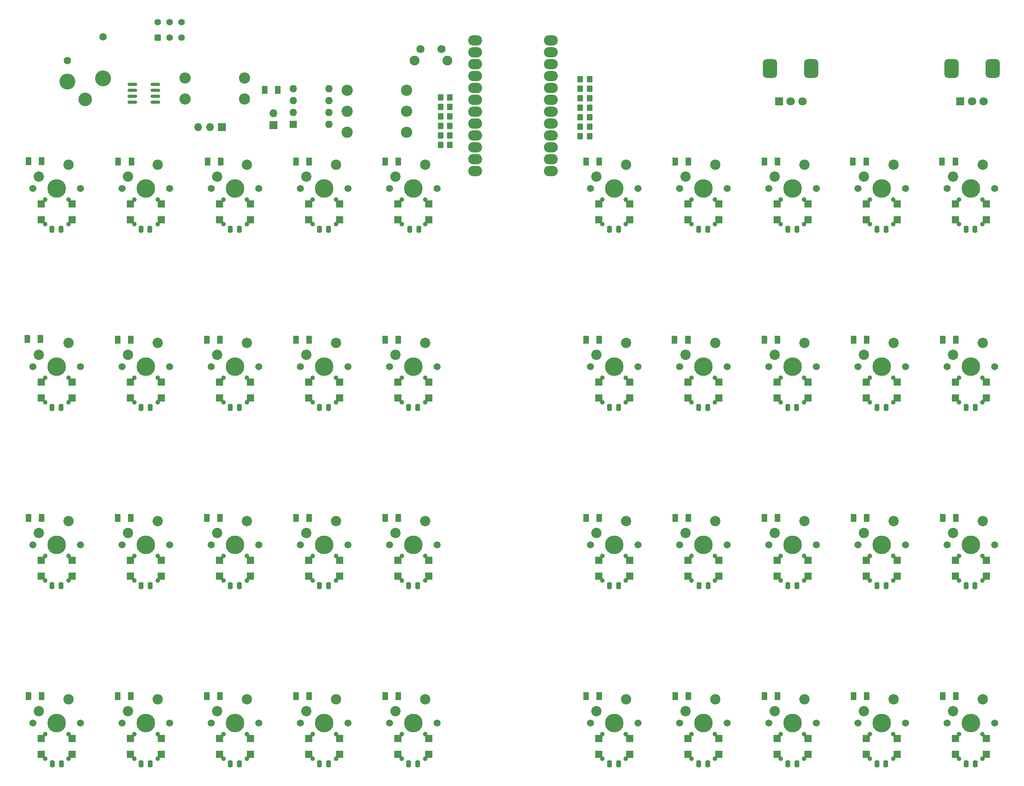
<source format=gbs>
G04 #@! TF.GenerationSoftware,KiCad,Pcbnew,8.0.6*
G04 #@! TF.CreationDate,2024-11-09T01:20:35+01:00*
G04 #@! TF.ProjectId,DMX_MIDI_FIGHTER,444d585f-4d49-4444-995f-464947485445,rev?*
G04 #@! TF.SameCoordinates,Original*
G04 #@! TF.FileFunction,Soldermask,Bot*
G04 #@! TF.FilePolarity,Negative*
%FSLAX46Y46*%
G04 Gerber Fmt 4.6, Leading zero omitted, Abs format (unit mm)*
G04 Created by KiCad (PCBNEW 8.0.6) date 2024-11-09 01:20:35*
%MOMM*%
%LPD*%
G01*
G04 APERTURE LIST*
G04 Aperture macros list*
%AMRoundRect*
0 Rectangle with rounded corners*
0 $1 Rounding radius*
0 $2 $3 $4 $5 $6 $7 $8 $9 X,Y pos of 4 corners*
0 Add a 4 corners polygon primitive as box body*
4,1,4,$2,$3,$4,$5,$6,$7,$8,$9,$2,$3,0*
0 Add four circle primitives for the rounded corners*
1,1,$1+$1,$2,$3*
1,1,$1+$1,$4,$5*
1,1,$1+$1,$6,$7*
1,1,$1+$1,$8,$9*
0 Add four rect primitives between the rounded corners*
20,1,$1+$1,$2,$3,$4,$5,0*
20,1,$1+$1,$4,$5,$6,$7,0*
20,1,$1+$1,$6,$7,$8,$9,0*
20,1,$1+$1,$8,$9,$2,$3,0*%
G04 Aperture macros list end*
%ADD10C,1.498600*%
%ADD11C,1.000000*%
%ADD12C,3.987800*%
%ADD13C,2.200000*%
%ADD14R,1.500000X1.500000*%
%ADD15R,1.800000X1.800000*%
%ADD16C,1.800000*%
%ADD17RoundRect,0.750000X0.750000X-1.250000X0.750000X1.250000X-0.750000X1.250000X-0.750000X-1.250000X0*%
%ADD18R,1.700000X1.700000*%
%ADD19O,1.700000X1.700000*%
%ADD20C,2.100000*%
%ADD21C,1.750000*%
%ADD22C,1.600000*%
%ADD23C,3.400000*%
%ADD24C,2.900000*%
%ADD25RoundRect,0.250000X-0.375000X-0.625000X0.375000X-0.625000X0.375000X0.625000X-0.375000X0.625000X0*%
%ADD26RoundRect,0.250000X-0.450000X-0.450000X0.450000X-0.450000X0.450000X0.450000X-0.450000X0.450000X0*%
%ADD27C,1.400000*%
%ADD28RoundRect,0.250000X0.350000X0.450000X-0.350000X0.450000X-0.350000X-0.450000X0.350000X-0.450000X0*%
%ADD29O,3.000000X2.200000*%
%ADD30RoundRect,0.250000X-0.250000X-0.475000X0.250000X-0.475000X0.250000X0.475000X-0.250000X0.475000X0*%
%ADD31RoundRect,0.250000X0.375000X0.625000X-0.375000X0.625000X-0.375000X-0.625000X0.375000X-0.625000X0*%
%ADD32R,1.600000X1.600000*%
%ADD33O,1.600000X1.600000*%
%ADD34RoundRect,0.250000X-0.350000X-0.450000X0.350000X-0.450000X0.350000X0.450000X-0.350000X0.450000X0*%
%ADD35RoundRect,0.150000X0.825000X0.150000X-0.825000X0.150000X-0.825000X-0.150000X0.825000X-0.150000X0*%
%ADD36C,2.400000*%
%ADD37O,2.400000X2.400000*%
G04 APERTURE END LIST*
D10*
X101917500Y-205105000D03*
D11*
X104497500Y-207485000D03*
X104497500Y-212775000D03*
D12*
X106997500Y-205105000D03*
D11*
X109497500Y-207485000D03*
X109497500Y-212775000D03*
D10*
X112077500Y-205105000D03*
D13*
X103187500Y-202565000D03*
X109537500Y-200025000D03*
D14*
X103695500Y-208407000D03*
X103695500Y-211836000D03*
X110299500Y-208407000D03*
X110299500Y-211836000D03*
D10*
X259080000Y-128905000D03*
D11*
X261660000Y-131285000D03*
X261660000Y-136575000D03*
D12*
X264160000Y-128905000D03*
D11*
X266660000Y-131285000D03*
X266660000Y-136575000D03*
D10*
X269240000Y-128905000D03*
D13*
X260350000Y-126365000D03*
X266700000Y-123825000D03*
D14*
X260858000Y-132207000D03*
X260858000Y-135636000D03*
X267462000Y-132207000D03*
X267462000Y-135636000D03*
D15*
X223179000Y-72217000D03*
D16*
X225679000Y-72217000D03*
X228179000Y-72217000D03*
D17*
X221279000Y-65217000D03*
X230079000Y-65217000D03*
D10*
X101917500Y-167005000D03*
D11*
X104497500Y-169385000D03*
X104497500Y-174675000D03*
D12*
X106997500Y-167005000D03*
D11*
X109497500Y-169385000D03*
X109497500Y-174675000D03*
D10*
X112077500Y-167005000D03*
D13*
X103187500Y-164465000D03*
X109537500Y-161925000D03*
D14*
X103695500Y-170307000D03*
X103695500Y-173736000D03*
X110299500Y-170307000D03*
X110299500Y-173736000D03*
D10*
X220980000Y-128905000D03*
D11*
X223560000Y-131285000D03*
X223560000Y-136575000D03*
D12*
X226060000Y-128905000D03*
D11*
X228560000Y-131285000D03*
X228560000Y-136575000D03*
D10*
X231140000Y-128905000D03*
D13*
X222250000Y-126365000D03*
X228600000Y-123825000D03*
D14*
X222758000Y-132207000D03*
X222758000Y-135636000D03*
X229362000Y-132207000D03*
X229362000Y-135636000D03*
D10*
X140017500Y-90805000D03*
D11*
X142597500Y-93185000D03*
X142597500Y-98475000D03*
D12*
X145097500Y-90805000D03*
D11*
X147597500Y-93185000D03*
X147597500Y-98475000D03*
D10*
X150177500Y-90805000D03*
D13*
X141287500Y-88265000D03*
X147637500Y-85725000D03*
D14*
X141795500Y-94107000D03*
X141795500Y-97536000D03*
X148399500Y-94107000D03*
X148399500Y-97536000D03*
D10*
X82867500Y-90805000D03*
D11*
X85447500Y-93185000D03*
X85447500Y-98475000D03*
D12*
X87947500Y-90805000D03*
D11*
X90447500Y-93185000D03*
X90447500Y-98475000D03*
D10*
X93027500Y-90805000D03*
D13*
X84137500Y-88265000D03*
X90487500Y-85725000D03*
D14*
X84645500Y-94107000D03*
X84645500Y-97536000D03*
X91249500Y-94107000D03*
X91249500Y-97536000D03*
D10*
X182880000Y-205105000D03*
D11*
X185460000Y-207485000D03*
X185460000Y-212775000D03*
D12*
X187960000Y-205105000D03*
D11*
X190460000Y-207485000D03*
X190460000Y-212775000D03*
D10*
X193040000Y-205105000D03*
D13*
X184150000Y-202565000D03*
X190500000Y-200025000D03*
D14*
X184658000Y-208407000D03*
X184658000Y-211836000D03*
X191262000Y-208407000D03*
X191262000Y-211836000D03*
D18*
X115190000Y-77279000D03*
D19*
X115190000Y-74739000D03*
D10*
X140017500Y-128905000D03*
D11*
X142597500Y-131285000D03*
X142597500Y-136575000D03*
D12*
X145097500Y-128905000D03*
D11*
X147597500Y-131285000D03*
X147597500Y-136575000D03*
D10*
X150177500Y-128905000D03*
D13*
X141287500Y-126365000D03*
X147637500Y-123825000D03*
D14*
X141795500Y-132207000D03*
X141795500Y-135636000D03*
X148399500Y-132207000D03*
X148399500Y-135636000D03*
D10*
X259080000Y-90805000D03*
D11*
X261660000Y-93185000D03*
X261660000Y-98475000D03*
D12*
X264160000Y-90805000D03*
D11*
X266660000Y-93185000D03*
X266660000Y-98475000D03*
D10*
X269240000Y-90805000D03*
D13*
X260350000Y-88265000D03*
X266700000Y-85725000D03*
D14*
X260858000Y-94107000D03*
X260858000Y-97536000D03*
X267462000Y-94107000D03*
X267462000Y-97536000D03*
D10*
X201930000Y-205105000D03*
D11*
X204510000Y-207485000D03*
X204510000Y-212775000D03*
D12*
X207010000Y-205105000D03*
D11*
X209510000Y-207485000D03*
X209510000Y-212775000D03*
D10*
X212090000Y-205105000D03*
D13*
X203200000Y-202565000D03*
X209550000Y-200025000D03*
D14*
X203708000Y-208407000D03*
X203708000Y-211836000D03*
X210312000Y-208407000D03*
X210312000Y-211836000D03*
D10*
X220980000Y-90805000D03*
D11*
X223560000Y-93185000D03*
X223560000Y-98475000D03*
D12*
X226060000Y-90805000D03*
D11*
X228560000Y-93185000D03*
X228560000Y-98475000D03*
D10*
X231140000Y-90805000D03*
D13*
X222250000Y-88265000D03*
X228600000Y-85725000D03*
D14*
X222758000Y-94107000D03*
X222758000Y-97536000D03*
X229362000Y-94107000D03*
X229362000Y-97536000D03*
D10*
X82867500Y-167005000D03*
D11*
X85447500Y-169385000D03*
X85447500Y-174675000D03*
D12*
X87947500Y-167005000D03*
D11*
X90447500Y-169385000D03*
X90447500Y-174675000D03*
D10*
X93027500Y-167005000D03*
D13*
X84137500Y-164465000D03*
X90487500Y-161925000D03*
D14*
X84645500Y-170307000D03*
X84645500Y-173736000D03*
X91249500Y-170307000D03*
X91249500Y-173736000D03*
D10*
X182880000Y-90805000D03*
D11*
X185460000Y-93185000D03*
X185460000Y-98475000D03*
D12*
X187960000Y-90805000D03*
D11*
X190460000Y-93185000D03*
X190460000Y-98475000D03*
D10*
X193040000Y-90805000D03*
D13*
X184150000Y-88265000D03*
X190500000Y-85725000D03*
D14*
X184658000Y-94107000D03*
X184658000Y-97536000D03*
X191262000Y-94107000D03*
X191262000Y-97536000D03*
D10*
X259080000Y-167005000D03*
D11*
X261660000Y-169385000D03*
X261660000Y-174675000D03*
D12*
X264160000Y-167005000D03*
D11*
X266660000Y-169385000D03*
X266660000Y-174675000D03*
D10*
X269240000Y-167005000D03*
D13*
X260350000Y-164465000D03*
X266700000Y-161925000D03*
D14*
X260858000Y-170307000D03*
X260858000Y-173736000D03*
X267462000Y-170307000D03*
X267462000Y-173736000D03*
D10*
X240030000Y-128905000D03*
D11*
X242610000Y-131285000D03*
X242610000Y-136575000D03*
D12*
X245110000Y-128905000D03*
D11*
X247610000Y-131285000D03*
X247610000Y-136575000D03*
D10*
X250190000Y-128905000D03*
D13*
X241300000Y-126365000D03*
X247650000Y-123825000D03*
D14*
X241808000Y-132207000D03*
X241808000Y-135636000D03*
X248412000Y-132207000D03*
X248412000Y-135636000D03*
D10*
X101917500Y-128905000D03*
D11*
X104497500Y-131285000D03*
X104497500Y-136575000D03*
D12*
X106997500Y-128905000D03*
D11*
X109497500Y-131285000D03*
X109497500Y-136575000D03*
D10*
X112077500Y-128905000D03*
D13*
X103187500Y-126365000D03*
X109537500Y-123825000D03*
D14*
X103695500Y-132207000D03*
X103695500Y-135636000D03*
X110299500Y-132207000D03*
X110299500Y-135636000D03*
D10*
X120967500Y-167005000D03*
D11*
X123547500Y-169385000D03*
X123547500Y-174675000D03*
D12*
X126047500Y-167005000D03*
D11*
X128547500Y-169385000D03*
X128547500Y-174675000D03*
D10*
X131127500Y-167005000D03*
D13*
X122237500Y-164465000D03*
X128587500Y-161925000D03*
D14*
X122745500Y-170307000D03*
X122745500Y-173736000D03*
X129349500Y-170307000D03*
X129349500Y-173736000D03*
D10*
X63817500Y-128905000D03*
D11*
X66397500Y-131285000D03*
X66397500Y-136575000D03*
D12*
X68897500Y-128905000D03*
D11*
X71397500Y-131285000D03*
X71397500Y-136575000D03*
D10*
X73977500Y-128905000D03*
D13*
X65087500Y-126365000D03*
X71437500Y-123825000D03*
D14*
X65595500Y-132207000D03*
X65595500Y-135636000D03*
X72199500Y-132207000D03*
X72199500Y-135636000D03*
D18*
X104156000Y-77683000D03*
D19*
X101616000Y-77683000D03*
X99076000Y-77683000D03*
D10*
X120967500Y-205105000D03*
D11*
X123547500Y-207485000D03*
X123547500Y-212775000D03*
D12*
X126047500Y-205105000D03*
D11*
X128547500Y-207485000D03*
X128547500Y-212775000D03*
D10*
X131127500Y-205105000D03*
D13*
X122237500Y-202565000D03*
X128587500Y-200025000D03*
D14*
X122745500Y-208407000D03*
X122745500Y-211836000D03*
X129349500Y-208407000D03*
X129349500Y-211836000D03*
D10*
X240030000Y-167005000D03*
D11*
X242610000Y-169385000D03*
X242610000Y-174675000D03*
D12*
X245110000Y-167005000D03*
D11*
X247610000Y-169385000D03*
X247610000Y-174675000D03*
D10*
X250190000Y-167005000D03*
D13*
X241300000Y-164465000D03*
X247650000Y-161925000D03*
D14*
X241808000Y-170307000D03*
X241808000Y-173736000D03*
X248412000Y-170307000D03*
X248412000Y-173736000D03*
D10*
X82867500Y-205105000D03*
D11*
X85447500Y-207485000D03*
X85447500Y-212775000D03*
D12*
X87947500Y-205105000D03*
D11*
X90447500Y-207485000D03*
X90447500Y-212775000D03*
D10*
X93027500Y-205105000D03*
D13*
X84137500Y-202565000D03*
X90487500Y-200025000D03*
D14*
X84645500Y-208407000D03*
X84645500Y-211836000D03*
X91249500Y-208407000D03*
X91249500Y-211836000D03*
D10*
X120967500Y-90805000D03*
D11*
X123547500Y-93185000D03*
X123547500Y-98475000D03*
D12*
X126047500Y-90805000D03*
D11*
X128547500Y-93185000D03*
X128547500Y-98475000D03*
D10*
X131127500Y-90805000D03*
D13*
X122237500Y-88265000D03*
X128587500Y-85725000D03*
D14*
X122745500Y-94107000D03*
X122745500Y-97536000D03*
X129349500Y-94107000D03*
X129349500Y-97536000D03*
D10*
X259080000Y-205105000D03*
D11*
X261660000Y-207485000D03*
X261660000Y-212775000D03*
D12*
X264160000Y-205105000D03*
D11*
X266660000Y-207485000D03*
X266660000Y-212775000D03*
D10*
X269240000Y-205105000D03*
D13*
X260350000Y-202565000D03*
X266700000Y-200025000D03*
D14*
X260858000Y-208407000D03*
X260858000Y-211836000D03*
X267462000Y-208407000D03*
X267462000Y-211836000D03*
D10*
X120967500Y-128905000D03*
D11*
X123547500Y-131285000D03*
X123547500Y-136575000D03*
D12*
X126047500Y-128905000D03*
D11*
X128547500Y-131285000D03*
X128547500Y-136575000D03*
D10*
X131127500Y-128905000D03*
D13*
X122237500Y-126365000D03*
X128587500Y-123825000D03*
D14*
X122745500Y-132207000D03*
X122745500Y-135636000D03*
X129349500Y-132207000D03*
X129349500Y-135636000D03*
D10*
X240030000Y-90805000D03*
D11*
X242610000Y-93185000D03*
X242610000Y-98475000D03*
D12*
X245110000Y-90805000D03*
D11*
X247610000Y-93185000D03*
X247610000Y-98475000D03*
D10*
X250190000Y-90805000D03*
D13*
X241300000Y-88265000D03*
X247650000Y-85725000D03*
D14*
X241808000Y-94107000D03*
X241808000Y-97536000D03*
X248412000Y-94107000D03*
X248412000Y-97536000D03*
D10*
X201930000Y-90805000D03*
D11*
X204510000Y-93185000D03*
X204510000Y-98475000D03*
D12*
X207010000Y-90805000D03*
D11*
X209510000Y-93185000D03*
X209510000Y-98475000D03*
D10*
X212090000Y-90805000D03*
D13*
X203200000Y-88265000D03*
X209550000Y-85725000D03*
D14*
X203708000Y-94107000D03*
X203708000Y-97536000D03*
X210312000Y-94107000D03*
X210312000Y-97536000D03*
D10*
X82867500Y-128905000D03*
D11*
X85447500Y-131285000D03*
X85447500Y-136575000D03*
D12*
X87947500Y-128905000D03*
D11*
X90447500Y-131285000D03*
X90447500Y-136575000D03*
D10*
X93027500Y-128905000D03*
D13*
X84137500Y-126365000D03*
X90487500Y-123825000D03*
D14*
X84645500Y-132207000D03*
X84645500Y-135636000D03*
X91249500Y-132207000D03*
X91249500Y-135636000D03*
D10*
X63817500Y-205105000D03*
D11*
X66397500Y-207485000D03*
X66397500Y-212775000D03*
D12*
X68897500Y-205105000D03*
D11*
X71397500Y-207485000D03*
X71397500Y-212775000D03*
D10*
X73977500Y-205105000D03*
D13*
X65087500Y-202565000D03*
X71437500Y-200025000D03*
D14*
X65595500Y-208407000D03*
X65595500Y-211836000D03*
X72199500Y-208407000D03*
X72199500Y-211836000D03*
D10*
X201930000Y-167005000D03*
D11*
X204510000Y-169385000D03*
X204510000Y-174675000D03*
D12*
X207010000Y-167005000D03*
D11*
X209510000Y-169385000D03*
X209510000Y-174675000D03*
D10*
X212090000Y-167005000D03*
D13*
X203200000Y-164465000D03*
X209550000Y-161925000D03*
D14*
X203708000Y-170307000D03*
X203708000Y-173736000D03*
X210312000Y-170307000D03*
X210312000Y-173736000D03*
D10*
X63817500Y-90805000D03*
D11*
X66397500Y-93185000D03*
X66397500Y-98475000D03*
D12*
X68897500Y-90805000D03*
D11*
X71397500Y-93185000D03*
X71397500Y-98475000D03*
D10*
X73977500Y-90805000D03*
D13*
X65087500Y-88265000D03*
X71437500Y-85725000D03*
D14*
X65595500Y-94107000D03*
X65595500Y-97536000D03*
X72199500Y-94107000D03*
X72199500Y-97536000D03*
D10*
X182880000Y-128905000D03*
D11*
X185460000Y-131285000D03*
X185460000Y-136575000D03*
D12*
X187960000Y-128905000D03*
D11*
X190460000Y-131285000D03*
X190460000Y-136575000D03*
D10*
X193040000Y-128905000D03*
D13*
X184150000Y-126365000D03*
X190500000Y-123825000D03*
D14*
X184658000Y-132207000D03*
X184658000Y-135636000D03*
X191262000Y-132207000D03*
X191262000Y-135636000D03*
D15*
X261914000Y-72217000D03*
D16*
X264414000Y-72217000D03*
X266914000Y-72217000D03*
D17*
X260014000Y-65217000D03*
X268814000Y-65217000D03*
D10*
X240030000Y-205105000D03*
D11*
X242610000Y-207485000D03*
X242610000Y-212775000D03*
D12*
X245110000Y-205105000D03*
D11*
X247610000Y-207485000D03*
X247610000Y-212775000D03*
D10*
X250190000Y-205105000D03*
D13*
X241300000Y-202565000D03*
X247650000Y-200025000D03*
D14*
X241808000Y-208407000D03*
X241808000Y-211836000D03*
X248412000Y-208407000D03*
X248412000Y-211836000D03*
D10*
X140017500Y-167005000D03*
D11*
X142597500Y-169385000D03*
X142597500Y-174675000D03*
D12*
X145097500Y-167005000D03*
D11*
X147597500Y-169385000D03*
X147597500Y-174675000D03*
D10*
X150177500Y-167005000D03*
D13*
X141287500Y-164465000D03*
X147637500Y-161925000D03*
D14*
X141795500Y-170307000D03*
X141795500Y-173736000D03*
X148399500Y-170307000D03*
X148399500Y-173736000D03*
D10*
X201930000Y-128905000D03*
D11*
X204510000Y-131285000D03*
X204510000Y-136575000D03*
D12*
X207010000Y-128905000D03*
D11*
X209510000Y-131285000D03*
X209510000Y-136575000D03*
D10*
X212090000Y-128905000D03*
D13*
X203200000Y-126365000D03*
X209550000Y-123825000D03*
D14*
X203708000Y-132207000D03*
X203708000Y-135636000D03*
X210312000Y-132207000D03*
X210312000Y-135636000D03*
D10*
X140017500Y-205105000D03*
D11*
X142597500Y-207485000D03*
X142597500Y-212775000D03*
D12*
X145097500Y-205105000D03*
D11*
X147597500Y-207485000D03*
X147597500Y-212775000D03*
D10*
X150177500Y-205105000D03*
D13*
X141287500Y-202565000D03*
X147637500Y-200025000D03*
D14*
X141795500Y-208407000D03*
X141795500Y-211836000D03*
X148399500Y-208407000D03*
X148399500Y-211836000D03*
D10*
X101917500Y-90805000D03*
D11*
X104497500Y-93185000D03*
X104497500Y-98475000D03*
D12*
X106997500Y-90805000D03*
D11*
X109497500Y-93185000D03*
X109497500Y-98475000D03*
D10*
X112077500Y-90805000D03*
D13*
X103187500Y-88265000D03*
X109537500Y-85725000D03*
D14*
X103695500Y-94107000D03*
X103695500Y-97536000D03*
X110299500Y-94107000D03*
X110299500Y-97536000D03*
D10*
X63817500Y-167005000D03*
D11*
X66397500Y-169385000D03*
X66397500Y-174675000D03*
D12*
X68897500Y-167005000D03*
D11*
X71397500Y-169385000D03*
X71397500Y-174675000D03*
D10*
X73977500Y-167005000D03*
D13*
X65087500Y-164465000D03*
X71437500Y-161925000D03*
D14*
X65595500Y-170307000D03*
X65595500Y-173736000D03*
X72199500Y-170307000D03*
X72199500Y-173736000D03*
D10*
X220980000Y-167005000D03*
D11*
X223560000Y-169385000D03*
X223560000Y-174675000D03*
D12*
X226060000Y-167005000D03*
D11*
X228560000Y-169385000D03*
X228560000Y-174675000D03*
D10*
X231140000Y-167005000D03*
D13*
X222250000Y-164465000D03*
X228600000Y-161925000D03*
D14*
X222758000Y-170307000D03*
X222758000Y-173736000D03*
X229362000Y-170307000D03*
X229362000Y-173736000D03*
D10*
X220980000Y-205105000D03*
D11*
X223560000Y-207485000D03*
X223560000Y-212775000D03*
D12*
X226060000Y-205105000D03*
D11*
X228560000Y-207485000D03*
X228560000Y-212775000D03*
D10*
X231140000Y-205105000D03*
D13*
X222250000Y-202565000D03*
X228600000Y-200025000D03*
D14*
X222758000Y-208407000D03*
X222758000Y-211836000D03*
X229362000Y-208407000D03*
X229362000Y-211836000D03*
D10*
X182880000Y-167005000D03*
D11*
X185460000Y-169385000D03*
X185460000Y-174675000D03*
D12*
X187960000Y-167005000D03*
D11*
X190460000Y-169385000D03*
X190460000Y-174675000D03*
D10*
X193040000Y-167005000D03*
D13*
X184150000Y-164465000D03*
X190500000Y-161925000D03*
D14*
X184658000Y-170307000D03*
X184658000Y-173736000D03*
X191262000Y-170307000D03*
X191262000Y-173736000D03*
D20*
X152369000Y-63527500D03*
X145359000Y-63527500D03*
D21*
X151119000Y-61037500D03*
X146619000Y-61037500D03*
D22*
X71120000Y-63500000D03*
X78740000Y-58420000D03*
D23*
X78740000Y-67310000D03*
X71120000Y-67945000D03*
D24*
X74930000Y-71760000D03*
D25*
X200908000Y-123190000D03*
X203708000Y-123190000D03*
D26*
X90504000Y-58545000D03*
D27*
X93004000Y-58545000D03*
X95504000Y-58545000D03*
X95504000Y-55245000D03*
X93004000Y-55245000D03*
X90504000Y-55245000D03*
D28*
X152892000Y-79502000D03*
X150892000Y-79502000D03*
X182753000Y-69469000D03*
X180753000Y-69469000D03*
D25*
X120012000Y-199390000D03*
X122812000Y-199390000D03*
D29*
X174490000Y-59182000D03*
X174490000Y-61722000D03*
X174490000Y-64262000D03*
X174490000Y-66802000D03*
X174490000Y-69342000D03*
X174490000Y-71882000D03*
X174490000Y-74422000D03*
X174490000Y-76962000D03*
X174490000Y-79502000D03*
X174490000Y-82042000D03*
X174490000Y-84582000D03*
X174490000Y-87122000D03*
X158250000Y-59182000D03*
X158250000Y-61722000D03*
X158250000Y-64262000D03*
X158250000Y-66802000D03*
X158250000Y-69342000D03*
X158250000Y-71882000D03*
X158250000Y-74422000D03*
X158250000Y-76962000D03*
X158250000Y-79502000D03*
X158250000Y-82042000D03*
X158250000Y-84582000D03*
X158250000Y-87122000D03*
D25*
X120012000Y-161290000D03*
X122812000Y-161290000D03*
X220088000Y-199390000D03*
X222888000Y-199390000D03*
D28*
X152892000Y-77470000D03*
X150892000Y-77470000D03*
X182753000Y-71501000D03*
X180753000Y-71501000D03*
D30*
X244160000Y-99568000D03*
X246060000Y-99568000D03*
D25*
X101092000Y-85090000D03*
X103892000Y-85090000D03*
D31*
X116090000Y-69779000D03*
X113290000Y-69779000D03*
D32*
X119390000Y-77079000D03*
D33*
X119390000Y-74539000D03*
X119390000Y-71999000D03*
X119390000Y-69459000D03*
X127010000Y-69459000D03*
X127010000Y-71999000D03*
X127010000Y-74539000D03*
X127010000Y-77079000D03*
D25*
X201038000Y-199390000D03*
X203838000Y-199390000D03*
X82036000Y-85090000D03*
X84836000Y-85090000D03*
D30*
X105984000Y-175768000D03*
X107884000Y-175768000D03*
D28*
X152892000Y-71374000D03*
X150892000Y-71374000D03*
D30*
X206126000Y-175768000D03*
X208026000Y-175768000D03*
D25*
X100962000Y-199390000D03*
X103762000Y-199390000D03*
X258058000Y-85090000D03*
X260858000Y-85090000D03*
D34*
X180737000Y-77597000D03*
X182737000Y-77597000D03*
D25*
X181988000Y-161290000D03*
X184788000Y-161290000D03*
D30*
X225110000Y-99568000D03*
X227010000Y-99568000D03*
D25*
X220088000Y-85090000D03*
X222888000Y-85090000D03*
D30*
X187010000Y-99568000D03*
X188910000Y-99568000D03*
D25*
X120012000Y-123190000D03*
X122812000Y-123190000D03*
D35*
X89975000Y-68595000D03*
X89975000Y-69865000D03*
X89975000Y-71135000D03*
X89975000Y-72405000D03*
X85025000Y-72405000D03*
X85025000Y-71135000D03*
X85025000Y-69865000D03*
X85025000Y-68595000D03*
D30*
X86934000Y-175768000D03*
X88834000Y-175768000D03*
X144084000Y-213868000D03*
X145984000Y-213868000D03*
D25*
X258188000Y-123190000D03*
X260988000Y-123190000D03*
X181988000Y-199390000D03*
X184788000Y-199390000D03*
D30*
X67884000Y-137668000D03*
X69784000Y-137668000D03*
D28*
X152892000Y-73406000D03*
X150892000Y-73406000D03*
D25*
X81912000Y-199390000D03*
X84712000Y-199390000D03*
D30*
X206060000Y-99568000D03*
X207960000Y-99568000D03*
X105984000Y-137668000D03*
X107884000Y-137668000D03*
D25*
X139062000Y-199390000D03*
X141862000Y-199390000D03*
X62862000Y-161290000D03*
X65662000Y-161290000D03*
X239008000Y-85090000D03*
X241808000Y-85090000D03*
X81912000Y-161290000D03*
X84712000Y-161290000D03*
D30*
X67884000Y-175768000D03*
X69784000Y-175768000D03*
X86934000Y-137668000D03*
X88834000Y-137668000D03*
X125034000Y-137668000D03*
X126934000Y-137668000D03*
D25*
X239138000Y-199390000D03*
X241938000Y-199390000D03*
X239138000Y-123190000D03*
X241938000Y-123190000D03*
X220088000Y-123190000D03*
X222888000Y-123190000D03*
X258188000Y-161290000D03*
X260988000Y-161290000D03*
D30*
X263144000Y-175768000D03*
X265044000Y-175768000D03*
D36*
X130937000Y-78795000D03*
D37*
X143637000Y-78795000D03*
D30*
X86868000Y-99568000D03*
X88768000Y-99568000D03*
D28*
X152892000Y-81534000D03*
X150892000Y-81534000D03*
D25*
X220088000Y-161290000D03*
X222888000Y-161290000D03*
X181988000Y-85090000D03*
X184788000Y-85090000D03*
X100962000Y-161290000D03*
X103762000Y-161290000D03*
D30*
X263210000Y-137668000D03*
X265110000Y-137668000D03*
D28*
X182753000Y-73533000D03*
X180753000Y-73533000D03*
D25*
X62862000Y-85000000D03*
X65662000Y-85000000D03*
D30*
X225044000Y-137668000D03*
X226944000Y-137668000D03*
D25*
X81912000Y-123190000D03*
X84712000Y-123190000D03*
D28*
X152892000Y-75438000D03*
X150892000Y-75438000D03*
D30*
X263210000Y-213868000D03*
X265110000Y-213868000D03*
X225110000Y-213868000D03*
X227010000Y-213868000D03*
D36*
X108966000Y-71683000D03*
D37*
X96266000Y-71683000D03*
D30*
X244094000Y-213868000D03*
X245994000Y-213868000D03*
X86934000Y-213868000D03*
X88834000Y-213868000D03*
X144084000Y-137668000D03*
X145984000Y-137668000D03*
D36*
X108966000Y-67183000D03*
D37*
X96266000Y-67183000D03*
D28*
X182737000Y-75565000D03*
X180737000Y-75565000D03*
D25*
X62600000Y-123000000D03*
X65400000Y-123000000D03*
D30*
X105984000Y-213868000D03*
X107884000Y-213868000D03*
D25*
X239138000Y-161290000D03*
X241938000Y-161290000D03*
D30*
X125034000Y-99568000D03*
X126934000Y-99568000D03*
D25*
X120012000Y-85090000D03*
X122812000Y-85090000D03*
D30*
X125034000Y-213868000D03*
X126934000Y-213868000D03*
D25*
X139062000Y-85090000D03*
X141862000Y-85090000D03*
D30*
X225110000Y-175768000D03*
X227010000Y-175768000D03*
X187010000Y-175768000D03*
X188910000Y-175768000D03*
X105984000Y-99568000D03*
X107884000Y-99568000D03*
D25*
X139062000Y-161290000D03*
X141862000Y-161290000D03*
D30*
X263144000Y-99568000D03*
X265044000Y-99568000D03*
X125034000Y-175768000D03*
X126934000Y-175768000D03*
D25*
X100962000Y-123190000D03*
X103762000Y-123190000D03*
D34*
X180737000Y-79629000D03*
X182737000Y-79629000D03*
D30*
X144338000Y-99568000D03*
X146238000Y-99568000D03*
X187010000Y-213868000D03*
X188910000Y-213868000D03*
X206060000Y-137668000D03*
X207960000Y-137668000D03*
X144084000Y-175768000D03*
X145984000Y-175768000D03*
X206060000Y-213868000D03*
X207960000Y-213868000D03*
X244160000Y-137668000D03*
X246060000Y-137668000D03*
D28*
X182753000Y-67437000D03*
X180753000Y-67437000D03*
D30*
X244160000Y-175768000D03*
X246060000Y-175768000D03*
D25*
X181988000Y-123190000D03*
X184788000Y-123190000D03*
X139062000Y-123190000D03*
X141862000Y-123190000D03*
D36*
X143637000Y-69795000D03*
D37*
X130937000Y-69795000D03*
D30*
X67884000Y-99568000D03*
X69784000Y-99568000D03*
D25*
X258188000Y-199390000D03*
X260988000Y-199390000D03*
D36*
X130937000Y-74295000D03*
D37*
X143637000Y-74295000D03*
D25*
X62862000Y-199390000D03*
X65662000Y-199390000D03*
X201038000Y-85090000D03*
X203838000Y-85090000D03*
D30*
X187010000Y-137668000D03*
X188910000Y-137668000D03*
X67950000Y-213868000D03*
X69850000Y-213868000D03*
D25*
X201038000Y-161290000D03*
X203838000Y-161290000D03*
M02*

</source>
